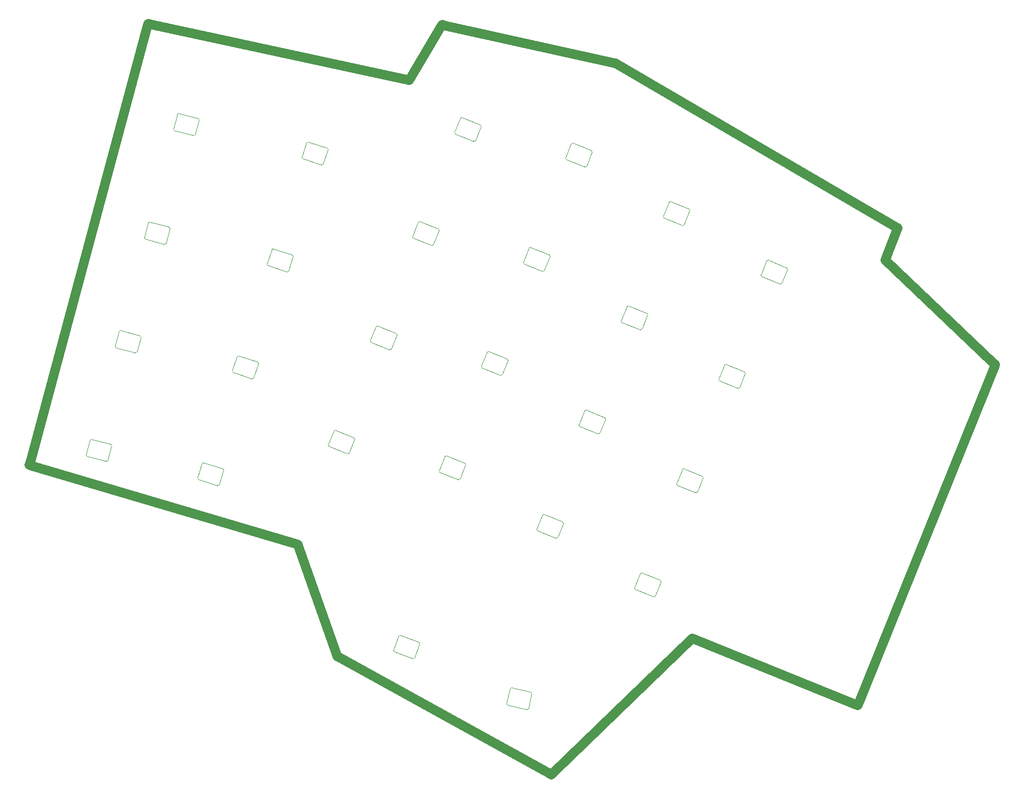
<source format=gbr>
%TF.GenerationSoftware,KiCad,Pcbnew,9.0.5*%
%TF.CreationDate,2025-10-09T16:25:36-06:00*%
%TF.ProjectId,ergo-kola (left),6572676f-2d6b-46f6-9c61-20286c656674,rev?*%
%TF.SameCoordinates,Original*%
%TF.FileFunction,Profile,NP*%
%FSLAX46Y46*%
G04 Gerber Fmt 4.6, Leading zero omitted, Abs format (unit mm)*
G04 Created by KiCad (PCBNEW 9.0.5) date 2025-10-09 16:25:36*
%MOMM*%
%LPD*%
G01*
G04 APERTURE LIST*
%TA.AperFunction,Profile*%
%ADD10C,1.587499*%
%TD*%
%TA.AperFunction,Profile*%
%ADD11C,0.120000*%
%TD*%
G04 APERTURE END LIST*
D10*
X50067119Y-26103204D02*
X93560643Y-35507220D01*
X98825589Y-26607190D01*
X99118482Y-26112054D01*
X99680196Y-26236302D01*
X128387486Y-32586300D01*
X128508923Y-32613181D01*
X128616345Y-32675967D01*
X175712178Y-60192714D01*
X176302983Y-60537731D01*
X176048726Y-61172729D01*
X174132085Y-65964862D01*
X192395223Y-83321262D01*
X192786000Y-83693000D01*
X192584660Y-84193328D01*
X169830495Y-140681869D01*
X169533360Y-141419258D01*
X168796239Y-141121078D01*
X141493627Y-130069961D01*
X118052068Y-152729934D01*
X117630322Y-153137649D01*
X117116757Y-152854019D01*
X81662598Y-133274856D01*
X81398545Y-133129073D01*
X81298001Y-132845176D01*
X74686067Y-114176170D01*
X29962495Y-100929550D01*
X29220384Y-100709937D01*
X29421403Y-99962493D01*
X49132872Y-26672870D01*
X49329009Y-25943610D01*
X50067119Y-26103204D01*
D11*
%TO.C,L41*%
X57737469Y-102913404D02*
X58540913Y-100440657D01*
X58792927Y-100312249D02*
X62026520Y-101362907D01*
X61099469Y-104216077D02*
X57865876Y-103165419D01*
X62154927Y-101614922D02*
X61351483Y-104087669D01*
X57865876Y-103165419D02*
G75*
G02*
X57737469Y-102913404I61804J190211D01*
G01*
X58540913Y-100440657D02*
G75*
G02*
X58792927Y-100312250I190211J-61804D01*
G01*
X61351483Y-104087669D02*
G75*
G02*
X61099469Y-104216077I-190212J61805D01*
G01*
X62026520Y-101362907D02*
G75*
G02*
X62154928Y-101614922I-61805J-190212D01*
G01*
%TO.C,L37*%
X38866793Y-98992839D02*
X39539723Y-96481432D01*
X39784672Y-96340011D02*
X43068819Y-97219996D01*
X42292362Y-100117773D02*
X39008215Y-99237788D01*
X43210241Y-97464945D02*
X42537311Y-99976352D01*
X39008215Y-99237788D02*
G75*
G02*
X38866793Y-98992839I51763J193185D01*
G01*
X39539723Y-96481432D02*
G75*
G02*
X39784672Y-96340011I193185J-51764D01*
G01*
X42537311Y-99976352D02*
G75*
G02*
X42292362Y-100117773I-193187J51768D01*
G01*
X43068819Y-97219996D02*
G75*
G02*
X43210241Y-97464945I-51765J-193186D01*
G01*
%TO.C,L21*%
X129454482Y-76266226D02*
X130428459Y-73855548D01*
X130688818Y-73745033D02*
X133841242Y-75018695D01*
X132717422Y-77800247D02*
X129564998Y-76526585D01*
X133951758Y-75279054D02*
X132977781Y-77689732D01*
X129564998Y-76526585D02*
G75*
G02*
X129454482Y-76266226I74921J185437D01*
G01*
X130428459Y-73855548D02*
G75*
G02*
X130688818Y-73745033I185437J-74922D01*
G01*
X132977781Y-77689732D02*
G75*
G02*
X132717422Y-77800247I-185437J74922D01*
G01*
X133841242Y-75018695D02*
G75*
G02*
X133951758Y-75279054I-74922J-185438D01*
G01*
%TO.C,L29*%
X63624243Y-84795787D02*
X64427687Y-82323040D01*
X64679701Y-82194632D02*
X67913294Y-83245290D01*
X66986243Y-86098460D02*
X63752650Y-85047802D01*
X68041701Y-83497305D02*
X67238257Y-85970052D01*
X63752650Y-85047802D02*
G75*
G02*
X63624243Y-84795787I61804J190211D01*
G01*
X64427687Y-82323040D02*
G75*
G02*
X64679701Y-82194633I190211J-61804D01*
G01*
X67238257Y-85970052D02*
G75*
G02*
X66986243Y-86098460I-190212J61805D01*
G01*
X67913294Y-83245290D02*
G75*
G02*
X68041702Y-83497305I-61805J-190212D01*
G01*
%TO.C,L49*%
X90905819Y-132129485D02*
X91795071Y-129686284D01*
X92051414Y-129566750D02*
X95246369Y-130729618D01*
X94220308Y-133548696D02*
X91025353Y-132385828D01*
X95365903Y-130985961D02*
X94476651Y-133429162D01*
X91025353Y-132385828D02*
G75*
G02*
X90905818Y-132129485I68404J187939D01*
G01*
X91795071Y-129686284D02*
G75*
G02*
X92051414Y-129566749I187939J-68404D01*
G01*
X94476651Y-133429162D02*
G75*
G02*
X94220308Y-133548697I-187941J68408D01*
G01*
X95246369Y-130729618D02*
G75*
G02*
X95365903Y-130985961I-68406J-187939D01*
G01*
%TO.C,L23*%
X86992528Y-79656573D02*
X87966505Y-77245895D01*
X88226864Y-77135380D02*
X91379288Y-78409042D01*
X90255468Y-81190594D02*
X87103044Y-79916932D01*
X91489804Y-78669401D02*
X90515827Y-81080079D01*
X87103044Y-79916932D02*
G75*
G02*
X86992528Y-79656573I74921J185437D01*
G01*
X87966505Y-77245895D02*
G75*
G02*
X88226864Y-77135380I185437J-74922D01*
G01*
X90515827Y-81080079D02*
G75*
G02*
X90255468Y-81190594I-185437J74922D01*
G01*
X91379288Y-78409042D02*
G75*
G02*
X91489804Y-78669401I-74922J-185438D01*
G01*
%TO.C,L35*%
X79856264Y-97319429D02*
X80830241Y-94908751D01*
X81090600Y-94798236D02*
X84243024Y-96071898D01*
X83119204Y-98853450D02*
X79966780Y-97579788D01*
X84353540Y-96332257D02*
X83379563Y-98742935D01*
X79966780Y-97579788D02*
G75*
G02*
X79856264Y-97319429I74921J185437D01*
G01*
X80830241Y-94908751D02*
G75*
G02*
X81090600Y-94798236I185437J-74922D01*
G01*
X83379563Y-98742935D02*
G75*
G02*
X83119204Y-98853450I-185437J74922D01*
G01*
X84243024Y-96071898D02*
G75*
G02*
X84353540Y-96332257I-74922J-185438D01*
G01*
%TO.C,L11*%
X48727797Y-62191058D02*
X49400727Y-59679651D01*
X49645676Y-59538230D02*
X52929823Y-60418215D01*
X52153366Y-63315992D02*
X48869219Y-62436007D01*
X53071245Y-60663164D02*
X52398315Y-63174571D01*
X48869219Y-62436007D02*
G75*
G02*
X48727797Y-62191058I51763J193185D01*
G01*
X49400727Y-59679651D02*
G75*
G02*
X49645676Y-59538230I193185J-51764D01*
G01*
X52398315Y-63174571D02*
G75*
G02*
X52153366Y-63315992I-193187J51768D01*
G01*
X52929823Y-60418215D02*
G75*
G02*
X53071245Y-60663164I-51765J-193186D01*
G01*
%TO.C,L15*%
X112918397Y-66341100D02*
X113892374Y-63930422D01*
X114152733Y-63819907D02*
X117305157Y-65093569D01*
X116181337Y-67875121D02*
X113028913Y-66601459D01*
X117415673Y-65353928D02*
X116441696Y-67764606D01*
X113028913Y-66601459D02*
G75*
G02*
X112918397Y-66341100I74921J185437D01*
G01*
X113892374Y-63930422D02*
G75*
G02*
X114152733Y-63819907I185437J-74922D01*
G01*
X116441696Y-67764606D02*
G75*
G02*
X116181337Y-67875121I-185437J74922D01*
G01*
X117305157Y-65093569D02*
G75*
G02*
X117415673Y-65353928I-74922J-185438D01*
G01*
%TO.C,L13*%
X94128772Y-61993718D02*
X95102749Y-59583040D01*
X95363108Y-59472525D02*
X98515532Y-60746187D01*
X97391712Y-63527739D02*
X94239288Y-62254077D01*
X98626048Y-61006546D02*
X97652071Y-63417224D01*
X94239288Y-62254077D02*
G75*
G02*
X94128772Y-61993718I74921J185437D01*
G01*
X95102749Y-59583040D02*
G75*
G02*
X95363108Y-59472525I185437J-74922D01*
G01*
X97652071Y-63417224D02*
G75*
G02*
X97391712Y-63527739I-185437J74922D01*
G01*
X98515532Y-60746187D02*
G75*
G02*
X98626048Y-61006546I-74922J-185438D01*
G01*
%TO.C,L9*%
X136590746Y-58603371D02*
X137564723Y-56192693D01*
X137825082Y-56082178D02*
X140977506Y-57355840D01*
X139853686Y-60137392D02*
X136701262Y-58863730D01*
X141088022Y-57616199D02*
X140114045Y-60026877D01*
X136701262Y-58863730D02*
G75*
G02*
X136590746Y-58603371I74921J185437D01*
G01*
X137564723Y-56192693D02*
G75*
G02*
X137825082Y-56082178I185437J-74922D01*
G01*
X140114045Y-60026877D02*
G75*
G02*
X139853686Y-60137392I-185437J74922D01*
G01*
X140977506Y-57355840D02*
G75*
G02*
X141088022Y-57616199I-74922J-185438D01*
G01*
%TO.C,L43*%
X138854305Y-103854207D02*
X139828282Y-101443529D01*
X140088640Y-101333014D02*
X143241065Y-102606676D01*
X142117246Y-105388228D02*
X138964821Y-104114566D01*
X143351581Y-102867035D02*
X142377604Y-105277713D01*
X138964821Y-104114566D02*
G75*
G02*
X138854305Y-103854207I74921J185437D01*
G01*
X139828282Y-101443529D02*
G75*
G02*
X140088640Y-101333014I185437J-74922D01*
G01*
X142377604Y-105277713D02*
G75*
G02*
X142117246Y-105388229I-185438J74923D01*
G01*
X143241065Y-102606676D02*
G75*
G02*
X143351581Y-102867035I-74922J-185438D01*
G01*
%TO.C,L19*%
X153126813Y-68528497D02*
X154100790Y-66117819D01*
X154361148Y-66007304D02*
X157513573Y-67280966D01*
X156389754Y-70062518D02*
X153237329Y-68788856D01*
X157624089Y-67541325D02*
X156650112Y-69952003D01*
X153237329Y-68788856D02*
G75*
G02*
X153126813Y-68528497I74921J185437D01*
G01*
X154100790Y-66117819D02*
G75*
G02*
X154361148Y-66007304I185437J-74922D01*
G01*
X156650112Y-69952003D02*
G75*
G02*
X156389754Y-70062519I-185438J74923D01*
G01*
X157513573Y-67280966D02*
G75*
G02*
X157624089Y-67541325I-74922J-185438D01*
G01*
%TO.C,L1*%
X53658299Y-43790168D02*
X54331229Y-41278761D01*
X54576178Y-41137340D02*
X57860325Y-42017325D01*
X57083868Y-44915102D02*
X53799721Y-44035117D01*
X58001747Y-42262274D02*
X57328817Y-44773681D01*
X53799721Y-44035117D02*
G75*
G02*
X53658299Y-43790168I51763J193185D01*
G01*
X54331229Y-41278761D02*
G75*
G02*
X54576178Y-41137340I193185J-51764D01*
G01*
X57328817Y-44773681D02*
G75*
G02*
X57083868Y-44915102I-193187J51768D01*
G01*
X57860325Y-42017325D02*
G75*
G02*
X58001747Y-42262274I-51765J-193186D01*
G01*
%TO.C,L47*%
X131718042Y-121517063D02*
X132692019Y-119106385D01*
X132952377Y-118995870D02*
X136104802Y-120269532D01*
X134980983Y-123051084D02*
X131828558Y-121777422D01*
X136215318Y-120529891D02*
X135241341Y-122940569D01*
X131828558Y-121777422D02*
G75*
G02*
X131718042Y-121517063I74921J185437D01*
G01*
X132692019Y-119106385D02*
G75*
G02*
X132952377Y-118995870I185437J-74922D01*
G01*
X135241341Y-122940569D02*
G75*
G02*
X134980983Y-123051085I-185438J74923D01*
G01*
X136104802Y-120269532D02*
G75*
G02*
X136215318Y-120529891I-74922J-185438D01*
G01*
%TO.C,L17*%
X69511017Y-66678151D02*
X70314461Y-64205404D01*
X70566475Y-64076996D02*
X73800068Y-65127654D01*
X72873017Y-67980824D02*
X69639424Y-66930166D01*
X73928475Y-65379669D02*
X73125031Y-67852416D01*
X69639424Y-66930166D02*
G75*
G02*
X69511017Y-66678151I61804J190211D01*
G01*
X70314461Y-64205404D02*
G75*
G02*
X70566475Y-64076997I190211J-61804D01*
G01*
X73125031Y-67852416D02*
G75*
G02*
X72873017Y-67980824I-190212J61805D01*
G01*
X73800068Y-65127654D02*
G75*
G02*
X73928476Y-65379669I-61805J-190212D01*
G01*
%TO.C,L25*%
X43797295Y-80591948D02*
X44470225Y-78080541D01*
X44715174Y-77939120D02*
X47999321Y-78819105D01*
X47222864Y-81716882D02*
X43938717Y-80836897D01*
X48140743Y-79064054D02*
X47467813Y-81575461D01*
X43938717Y-80836897D02*
G75*
G02*
X43797295Y-80591948I51763J193185D01*
G01*
X44470225Y-78080541D02*
G75*
G02*
X44715174Y-77939120I193185J-51764D01*
G01*
X47467813Y-81575461D02*
G75*
G02*
X47222864Y-81716882I-193187J51768D01*
G01*
X47999321Y-78819105D02*
G75*
G02*
X48140743Y-79064054I-51765J-193186D01*
G01*
%TO.C,L51*%
X110050929Y-141151381D02*
X110635801Y-138618019D01*
X110875665Y-138468135D02*
X114188524Y-139232969D01*
X113513671Y-142156079D02*
X110200812Y-141391245D01*
X114338407Y-139472833D02*
X113753535Y-142006195D01*
X110200812Y-141391245D02*
G75*
G02*
X110050929Y-141151381I44991J194874D01*
G01*
X110635801Y-138618019D02*
G75*
G02*
X110875665Y-138468135I194874J-44990D01*
G01*
X113753535Y-142006195D02*
G75*
G02*
X113513671Y-142156079I-194874J44990D01*
G01*
X114188524Y-139232969D02*
G75*
G02*
X114338407Y-139472833I-44994J-194876D01*
G01*
%TO.C,L3*%
X101265035Y-44330863D02*
X102239012Y-41920185D01*
X102499371Y-41809670D02*
X105651795Y-43083332D01*
X104527975Y-45864884D02*
X101375551Y-44591222D01*
X105762311Y-43343691D02*
X104788334Y-45754369D01*
X101375551Y-44591222D02*
G75*
G02*
X101265035Y-44330863I74921J185437D01*
G01*
X102239012Y-41920185D02*
G75*
G02*
X102499371Y-41809670I185437J-74922D01*
G01*
X104788334Y-45754369D02*
G75*
G02*
X104527975Y-45864884I-185437J74922D01*
G01*
X105651795Y-43083332D02*
G75*
G02*
X105762311Y-43343691I-74922J-185438D01*
G01*
%TO.C,L5*%
X75397791Y-48560534D02*
X76201235Y-46087787D01*
X76453249Y-45959379D02*
X79686842Y-47010037D01*
X78759791Y-49863207D02*
X75526198Y-48812549D01*
X79815249Y-47262052D02*
X79011805Y-49734799D01*
X75526198Y-48812549D02*
G75*
G02*
X75397791Y-48560534I61804J190211D01*
G01*
X76201235Y-46087787D02*
G75*
G02*
X76453249Y-45959380I190211J-61804D01*
G01*
X79011805Y-49734799D02*
G75*
G02*
X78759791Y-49863207I-190212J61805D01*
G01*
X79686842Y-47010037D02*
G75*
G02*
X79815250Y-47262052I-61805J-190212D01*
G01*
%TO.C,L31*%
X145990549Y-86191352D02*
X146964526Y-83780674D01*
X147224884Y-83670159D02*
X150377309Y-84943821D01*
X149253490Y-87725373D02*
X146101065Y-86451711D01*
X150487825Y-85204180D02*
X149513848Y-87614858D01*
X146101065Y-86451711D02*
G75*
G02*
X145990549Y-86191352I74921J185437D01*
G01*
X146964526Y-83780674D02*
G75*
G02*
X147224884Y-83670159I185437J-74922D01*
G01*
X149513848Y-87614858D02*
G75*
G02*
X149253490Y-87725374I-185438J74923D01*
G01*
X150377309Y-84943821D02*
G75*
G02*
X150487825Y-85204180I-74922J-185438D01*
G01*
%TO.C,L33*%
X122318219Y-93929081D02*
X123292196Y-91518403D01*
X123552555Y-91407888D02*
X126704979Y-92681550D01*
X125581159Y-95463102D02*
X122428735Y-94189440D01*
X126815495Y-92941909D02*
X125841518Y-95352587D01*
X122428735Y-94189440D02*
G75*
G02*
X122318219Y-93929081I74921J185437D01*
G01*
X123292196Y-91518403D02*
G75*
G02*
X123552555Y-91407888I185437J-74922D01*
G01*
X125841518Y-95352587D02*
G75*
G02*
X125581159Y-95463102I-185437J74922D01*
G01*
X126704979Y-92681550D02*
G75*
G02*
X126815495Y-92941909I-74922J-185438D01*
G01*
%TO.C,L45*%
X115181975Y-111591936D02*
X116155952Y-109181258D01*
X116416311Y-109070743D02*
X119568735Y-110344405D01*
X118444915Y-113125957D02*
X115292491Y-111852295D01*
X119679251Y-110604764D02*
X118705274Y-113015442D01*
X115292491Y-111852295D02*
G75*
G02*
X115181975Y-111591936I74921J185437D01*
G01*
X116155952Y-109181258D02*
G75*
G02*
X116416311Y-109070743I185437J-74922D01*
G01*
X118705274Y-113015442D02*
G75*
G02*
X118444915Y-113125957I-185437J74922D01*
G01*
X119568735Y-110344405D02*
G75*
G02*
X119679251Y-110604764I-74922J-185438D01*
G01*
%TO.C,L7*%
X120054660Y-48678245D02*
X121028637Y-46267567D01*
X121288996Y-46157052D02*
X124441420Y-47430714D01*
X123317600Y-50212266D02*
X120165176Y-48938604D01*
X124551936Y-47691073D02*
X123577959Y-50101751D01*
X120165176Y-48938604D02*
G75*
G02*
X120054660Y-48678245I74921J185437D01*
G01*
X121028637Y-46267567D02*
G75*
G02*
X121288996Y-46157052I185437J-74922D01*
G01*
X123577959Y-50101751D02*
G75*
G02*
X123317600Y-50212266I-185437J74922D01*
G01*
X124441420Y-47430714D02*
G75*
G02*
X124551936Y-47691073I-74922J-185438D01*
G01*
%TO.C,L27*%
X105782152Y-84003955D02*
X106756129Y-81593277D01*
X107016488Y-81482762D02*
X110168912Y-82756424D01*
X109045092Y-85537976D02*
X105892668Y-84264314D01*
X110279428Y-83016783D02*
X109305451Y-85427461D01*
X105892668Y-84264314D02*
G75*
G02*
X105782152Y-84003955I74921J185437D01*
G01*
X106756129Y-81593277D02*
G75*
G02*
X107016488Y-81482762I185437J-74922D01*
G01*
X109305451Y-85427461D02*
G75*
G02*
X109045092Y-85537976I-185437J74922D01*
G01*
X110168912Y-82756424D02*
G75*
G02*
X110279428Y-83016783I-74922J-185438D01*
G01*
%TO.C,L39*%
X98645889Y-101666810D02*
X99619866Y-99256132D01*
X99880225Y-99145617D02*
X103032649Y-100419279D01*
X101908829Y-103200831D02*
X98756405Y-101927169D01*
X103143165Y-100679638D02*
X102169188Y-103090316D01*
X98756405Y-101927169D02*
G75*
G02*
X98645889Y-101666810I74921J185437D01*
G01*
X99619866Y-99256132D02*
G75*
G02*
X99880225Y-99145617I185437J-74922D01*
G01*
X102169188Y-103090316D02*
G75*
G02*
X101908829Y-103200831I-185437J74922D01*
G01*
X103032649Y-100419279D02*
G75*
G02*
X103143165Y-100679638I-74922J-185438D01*
G01*
%TD*%
M02*

</source>
